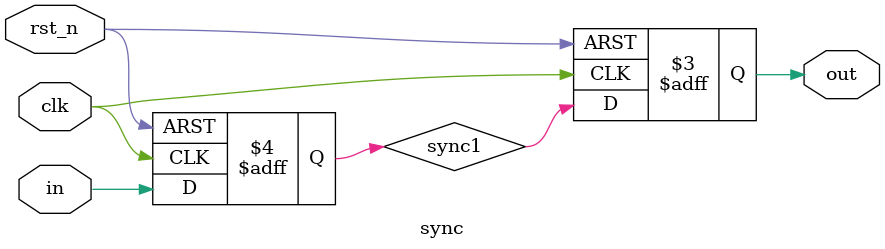
<source format=v>
/*
 * Copyright (c) 2025 Rongbin Gu, Evan Li
 * SPDX-License-Identifier: MIT
 */

// synchronizes the input by using a FF chain to avoid metastability

`default_nettype none

module sync (
    input  wire in,         // input to sync
    input  wire clk,        // clock
    input  wire rst_n,      // reset_n - low to reset
    output reg  out         // output of sync (1 bit)
);

    reg sync1; 
    
    always @(posedge clk or negedge rst_n) begin
        if (!rst_n) begin
            sync1 <= 1'b0;
            out <= 1'b0;
        end else begin
            sync1 <= in;
            out <= sync1;
        end
    end

endmodule

</source>
